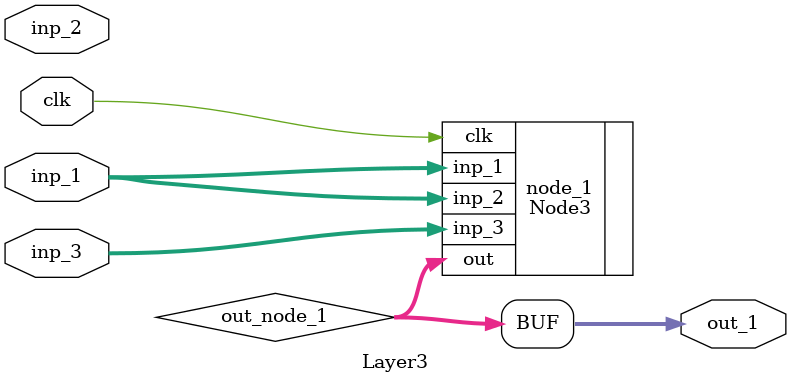
<source format=v>
`timescale 1ns / 1ps

module Layer3 #(
    parameter INTEGRAL_WIDTH = 4,
    parameter FRACTION_WIDTH = 16
) (
    input signed [INTEGRAL_WIDTH + FRACTION_WIDTH - 1 : 0] inp_1,
    input signed [INTEGRAL_WIDTH + FRACTION_WIDTH - 1 : 0] inp_2,
    input signed [INTEGRAL_WIDTH + FRACTION_WIDTH - 1 : 0] inp_3,
    input clk,
    output signed [INTEGRAL_WIDTH + FRACTION_WIDTH - 1 : 0] out_1
);

    wire signed [INTEGRAL_WIDTH + FRACTION_WIDTH - 1 : 0] out_node_1;
    Node3 #(
        .INTEGRAL_WIDTH(INTEGRAL_WIDTH),
        .FRACTION_WIDTH(FRACTION_WIDTH),
        .WEIGHT_1(20'b00000001100110011001),//+0.1
		.WEIGHT_2(20'b11111011001100110100),//-0.3
		.WEIGHT_3(20'b00000011001100110011)//+0.2
    ) node_1 (
		.inp_1(inp_1), 
		.inp_2(inp_1), 
		.inp_3(inp_3), 
		.clk(clk), 
		.out(out_node_1)
	);
	
	assign out_1 = out_node_1;
    
endmodule
</source>
